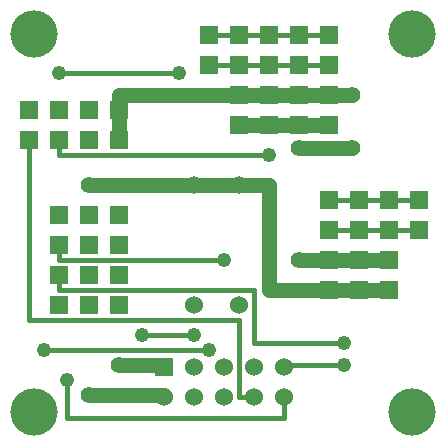
<source format=gbr>
%FSLAX23Y23*%
%MOIN*%
G04 EasyPC Gerber Version 18.0.1 Build 3581 *
%ADD15R,0.06000X0.06000*%
%ADD17R,0.06000X0.06000*%
%ADD20C,0.01500*%
%ADD71C,0.04800*%
%ADD70C,0.05000*%
%ADD19C,0.05600*%
%ADD18C,0.06000*%
%ADD16C,0.06000*%
%ADD14C,0.15748*%
X0Y0D02*
D02*
D14*
X121Y121D03*
Y1380D03*
X1380Y121D03*
Y1380D03*
D02*
D15*
X105Y1026D03*
Y1126D03*
X205Y476D03*
Y576D03*
Y676D03*
Y776D03*
Y1026D03*
Y1126D03*
X305Y476D03*
Y576D03*
Y676D03*
Y776D03*
Y1026D03*
Y1126D03*
X405Y476D03*
Y576D03*
Y676D03*
Y776D03*
Y1026D03*
Y1126D03*
X705Y1276D03*
Y1376D03*
X805Y1076D03*
Y1176D03*
Y1276D03*
Y1376D03*
X905Y1076D03*
Y1176D03*
Y1276D03*
Y1376D03*
X1005Y1076D03*
Y1176D03*
Y1276D03*
Y1376D03*
X1105Y526D03*
Y626D03*
Y726D03*
Y826D03*
Y1076D03*
Y1176D03*
Y1276D03*
Y1376D03*
X1205Y526D03*
Y626D03*
Y726D03*
Y826D03*
X1305Y526D03*
Y626D03*
Y726D03*
Y826D03*
X1405Y726D03*
Y826D03*
D02*
D16*
X655Y476D03*
Y876D03*
X805Y476D03*
Y876D03*
D02*
D17*
X555Y270D03*
D02*
D18*
Y170D03*
X655D03*
Y270D03*
X755Y170D03*
Y270D03*
X855Y170D03*
Y270D03*
X955Y170D03*
Y270D03*
D02*
D19*
X305Y176D03*
Y876D03*
X405Y276D03*
X1005Y626D03*
Y1001D03*
X1180D03*
Y1176D03*
D02*
D70*
X305Y176D02*
X555D01*
Y170*
X305Y876D02*
X655D01*
X405Y276D02*
X555D01*
Y270*
X805Y876D02*
X655D01*
X805Y1176D02*
X405D01*
Y1026*
X805Y1176D02*
X905D01*
Y1076D02*
X1005D01*
X905D02*
X805D01*
X905Y1176D02*
X1005D01*
Y626D02*
X1105D01*
X1005Y1001D02*
X1180D01*
X1005Y1076D02*
X1105D01*
X1005Y1176D02*
X1105D01*
Y526D02*
X905D01*
Y876*
X805*
X1105Y526D02*
X1205D01*
X1105Y626D02*
X1205D01*
X1180Y1176D02*
X1105D01*
X1205Y526D02*
X1305D01*
X1205Y626D02*
X1305D01*
D02*
D71*
X155Y326D03*
X205Y1251D03*
X230Y226D03*
X480Y376D03*
X605Y1251D03*
X655Y376D03*
X705Y326D03*
X755Y626D03*
X905Y976D03*
X1155Y276D03*
Y351D03*
D02*
D20*
X105Y1026D02*
Y426D01*
X805*
Y170*
X855*
X155Y326D02*
X705D01*
X230Y226D02*
Y101D01*
X955*
Y170*
X605Y1251D02*
X205D01*
X655Y376D02*
X480D01*
X755Y626D02*
X205D01*
Y676*
X805Y1276D02*
X905D01*
X805D02*
X705D01*
X805Y1376D02*
X905D01*
X805D02*
X705D01*
X905Y976D02*
X205D01*
Y1026*
X905Y1276D02*
X1005D01*
X905Y1376D02*
X1005D01*
Y1276D02*
X1105D01*
X1005Y1376D02*
X1105D01*
X1155Y276D02*
X955D01*
Y270*
X1155Y351D02*
X855D01*
Y526*
X205*
Y576*
X1205Y726D02*
X1105D01*
X1205Y826D02*
X1105D01*
X1305Y726D02*
X1405D01*
X1305D02*
X1205D01*
X1305Y826D02*
X1405D01*
X1305D02*
X1205D01*
X0Y0D02*
M02*

</source>
